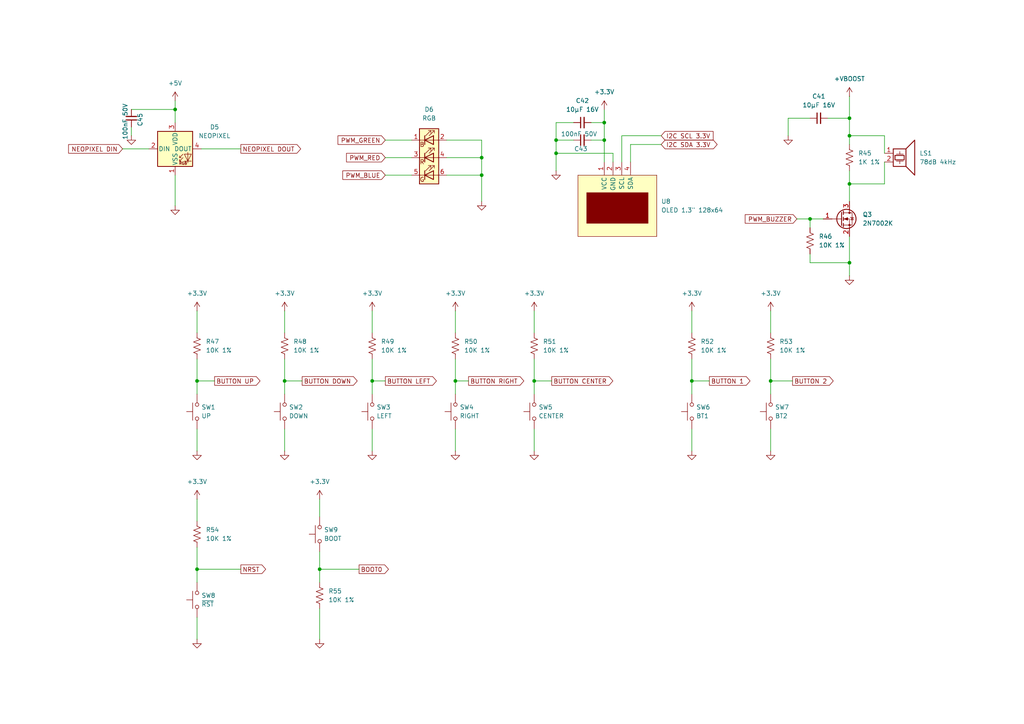
<source format=kicad_sch>
(kicad_sch (version 20231120) (generator "eeschema") (generator_version "8.0")
  (paper "A4")
  (lib_symbols
    (symbol "EMBARCADOS_-_CURSO_PCB[1]:+5V" (power) (pin_numbers hide) (pin_names (offset 0) hide)
      (property "Value" "+5V" (at 0 3.556 0))
      (symbol "+5V_1_1"
        (pin power_in line (at 0 0 90) (length 0) (name "~") (number "1"))
      )
    )
    (symbol "EMBARCADOS_-_CURSO_PCB[1]:CAP 0603 100nF 50V AVX KGM15BR71H104K " (pin_numbers hide) (pin_names (offset 0.254) hide)
      (property "Reference" "C" (at 0.254 1.778 0))
      (property "Value" "100nF 50V" (at 0.254 -2.032 0))
      (symbol "CAP 0603 100nF 50V AVX KGM15BR71H104K _1_1"
        (pin passive line (at 0 2.54 270) (length 2.032) (name "~") (number "1"))
        (pin passive line (at 0 -2.54 90) (length 2.032) (name "~") (number "2"))
      )
    )
    (symbol "EMBARCADOS_-_CURSO_PCB[1]:CAP 0805 10uF 16V AVX KGM21AR71C106K" (pin_numbers hide) (pin_names (offset 0.254) hide)
      (property "Reference" "C" (at 0.254 1.778 0))
      (property "Value" "10µF 16V" (at 0.254 -2.032 0))
      (symbol "CAP 0805 10uF 16V AVX KGM21AR71C106K_1_1"
        (pin passive line (at 0 2.54 270) (length 2.032) (name "~") (number "1"))
        (pin passive line (at 0 -2.54 90) (length 2.032) (name "~") (number "2"))
      )
    )
    (symbol "EMBARCADOS_-_CURSO_PCB[1]:DISPLAY OLED 1.3{dblquote} 128x64"
      (property "Reference" "U" (at 12.7 8.128 0))
      (property "Value" "OLED 1.3\" 128x64" (at 20.828 -7.874 0))
      (symbol "DISPLAY OLED 1.3{dblquote} 128x64_1_1"
        (pin power_in line (at -3.81 12.7 270) (length 3.81) (name "VCC") (number "1"))
        (pin power_in line (at -1.27 12.7 270) (length 3.81) (name "GND") (number "2"))
        (pin input line (at 1.27 12.7 270) (length 3.81) (name "SCL") (number "3"))
        (pin bidirectional line (at 3.81 12.7 270) (length 3.81) (name "SDA") (number "4"))
      )
    )
    (symbol "EMBARCADOS_-_CURSO_PCB[1]:LED RGB (NEOPIXEL/WS2812B) WÜRTH ELEKTRONIK 1315050930002 " (pin_names (offset 0.254))
      (property "Reference" "D" (at 5.08 5.715 0))
      (property "Value" "NEOPIXEL" (at 1.27 -5.715 0))
      (symbol "LED RGB (NEOPIXEL/WS2812B) WÜRTH ELEKTRONIK 1315050930002 _0_0"
        (text "RGB" (at 2.286 -4.191 0) (effects (font (size 0.762 0.762))))
      )
      (symbol "LED RGB (NEOPIXEL/WS2812B) WÜRTH ELEKTRONIK 1315050930002 _1_1"
        (pin power_in line (at 0 -7.62 90) (length 2.54) (name "VSS") (number "1"))
        (pin input line (at -7.62 0 0) (length 2.54) (name "DIN") (number "2"))
        (pin power_in line (at 0 7.62 270) (length 2.54) (name "VDD") (number "3"))
        (pin output line (at 7.62 0 180) (length 2.54) (name "DOUT") (number "4"))
      )
    )
    (symbol "EMBARCADOS_-_CURSO_PCB[1]:LED RGB WÜRTH ELEKTRONIK 150505M173300 " (pin_names (offset 0) hide)
      (property "Reference" "D" (at 0 9.398 0))
      (property "Value" "RGB" (at 0 -8.89 0))
      (symbol "LED RGB WÜRTH ELEKTRONIK 150505M173300 _0_0"
        (text "B" (at -2.032 3.81 0) (effects (font (size 1.27 1.27))))
        (text "G" (at -2.032 -6.35 0) (effects (font (size 1.27 1.27))))
        (text "R" (at -2.032 -1.27 0) (effects (font (size 1.27 1.27))))
      )
      (symbol "LED RGB WÜRTH ELEKTRONIK 150505M173300 _1_1"
        (pin passive line (at -5.08 5.08 0) (length 2.54) (name "RK") (number "1"))
        (pin passive line (at 5.08 5.08 180) (length 2.54) (name "GK") (number "2"))
        (pin passive line (at -5.08 0 0) (length 2.54) (name "BK") (number "3"))
        (pin passive line (at 5.08 0 180) (length 2.54) (name "BA") (number "4"))
        (pin passive line (at -5.08 -5.08 0) (length 2.54) (name "GA") (number "5"))
        (pin passive line (at 5.08 -5.08 180) (length 2.54) (name "RA") (number "6"))
      )
    )
    (symbol "EMBARCADOS_-_CURSO_PCB[1]:POWER GND" (power) (pin_numbers hide) (pin_names (offset 0) hide)
      (property "Value" "POWER GND" (at 0 -3.81 0))
      (symbol "POWER GND_1_1"
        (pin power_in line (at 0 0 270) (length 0) (name "~") (number "1"))
      )
    )
    (symbol "EMBARCADOS_-_CURSO_PCB[1]:RES 0603 10K 1% VISHAY CRCW060310K0FK " (pin_numbers hide) (pin_names (offset 0))
      (property "Reference" "R" (at 2.54 0 90))
      (property "Value" "10K 1%" (at -2.54 0 90))
      (symbol "RES 0603 10K 1% VISHAY CRCW060310K0FK _1_1"
        (pin passive line (at 0 3.81 270) (length 1.27) (name "~") (number "1"))
        (pin passive line (at 0 -3.81 90) (length 1.27) (name "~") (number "2"))
      )
    )
    (symbol "EMBARCADOS_-_CURSO_PCB[1]:RES 0603 1K 1% VISHAY CRCW06031K00FK " (pin_numbers hide) (pin_names (offset 0))
      (property "Reference" "R" (at 2.54 0 90))
      (property "Value" "1K 1% " (at -2.54 0 90))
      (symbol "RES 0603 1K 1% VISHAY CRCW06031K00FK _1_1"
        (pin passive line (at 0 3.81 270) (length 1.27) (name "~") (number "1"))
        (pin passive line (at 0 -3.81 90) (length 1.27) (name "~") (number "2"))
      )
    )
    (symbol "EMBARCADOS_-_CURSO_PCB[1]:SPEAKER MURATA PKM13EPYH4000-A0" (pin_names (offset 0) hide)
      (property "Reference" "LS" (at 0 6.35 0))
      (property "Value" "78dB 4kHz " (at 0.254 -6.35 0))
      (symbol "SPEAKER MURATA PKM13EPYH4000-A0_1_1"
        (pin input line (at -6.35 1.27 0) (length 2.54) (name "1") (number "1"))
        (pin input line (at -6.35 -1.27 0) (length 2.54) (name "2") (number "2"))
      )
    )
    (symbol "EMBARCADOS_-_CURSO_PCB[1]:SWITCH TACTILE C&K PTS526SM20SMTR21 LFS" (pin_numbers hide) (pin_names (offset 1.016) hide)
      (property "Reference" "SW" (at 1.27 2.54 0))
      (property "Value" "PTS526SM20SMTR21 LFS " (at 0 -1.524 0))
      (symbol "SWITCH TACTILE C&K PTS526SM20SMTR21 LFS_0_1"
        (pin passive line (at -5.08 0 0) (length 2.54) (name "A") (number "1"))
      )
      (symbol "SWITCH TACTILE C&K PTS526SM20SMTR21 LFS_1_1"
        (pin passive line (at 5.08 0 180) (length 2.54) (name "B") (number "2"))
      )
    )
    (symbol "EMBARCADOS_-_CURSO_PCB[1]:TRANSISTOR 2N7002K-7" (pin_names hide)
      (property "Reference" "Q" (at 5.08 1.905 0))
      (property "Value" "2N7002K" (at 5.08 0 0))
      (symbol "TRANSISTOR 2N7002K-7_1_1"
        (pin input line (at -5.08 0 0) (length 2.54) (name "G") (number "1"))
        (pin passive line (at 2.54 -5.08 90) (length 2.54) (name "S") (number "2"))
        (pin passive line (at 2.54 5.08 270) (length 2.54) (name "D") (number "3"))
      )
    )
  )
  (junction (at 132.08 110.49))
  (junction (at 246.38 39.37))
  (junction (at 139.7 50.8))
  (junction (at 161.29 40.64))
  (junction (at 175.26 35.56))
  (junction (at 246.38 76.2))
  (junction (at 154.94 110.49))
  (junction (at 234.95 63.5))
  (junction (at 175.26 40.64))
  (junction (at 246.38 53.34))
  (junction (at 223.52 110.49))
  (junction (at 50.8 31.75))
  (junction (at 82.55 110.49))
  (junction (at 57.15 165.1))
  (junction (at 246.38 34.29))
  (junction (at 92.71 165.1))
  (junction (at 200.66 110.49))
  (junction (at 161.29 44.45))
  (junction (at 139.7 45.72))
  (junction (at 57.15 110.49))
  (junction (at 107.95 110.49))
  (wire (pts (xy 38.1 31.75) (xy 50.8 31.75)))
  (wire (pts (xy 107.95 110.49) (xy 107.95 114.3)))
  (wire (pts (xy 82.55 110.49) (xy 87.63 110.49)))
  (wire (pts (xy 246.38 53.34) (xy 246.38 58.42)))
  (wire (pts (xy 57.15 110.49) (xy 62.23 110.49)))
  (wire (pts (xy 223.52 90.17) (xy 223.52 96.52)))
  (wire (pts (xy 234.95 63.5) (xy 234.95 66.04)))
  (wire (pts (xy 107.95 110.49) (xy 111.76 110.49)))
  (wire (pts (xy 246.38 39.37) (xy 246.38 41.91)))
  (wire (pts (xy 161.29 40.64) (xy 166.37 40.64)))
  (wire (pts (xy 223.52 110.49) (xy 229.87 110.49)))
  (wire (pts (xy 234.95 76.2) (xy 246.38 76.2)))
  (wire (pts (xy 57.15 165.1) (xy 69.85 165.1)))
  (wire (pts (xy 57.15 165.1) (xy 57.15 168.91)))
  (wire (pts (xy 200.66 110.49) (xy 205.74 110.49)))
  (wire (pts (xy 82.55 104.14) (xy 82.55 110.49)))
  (wire (pts (xy 240.03 34.29) (xy 246.38 34.29)))
  (wire (pts (xy 234.95 73.66) (xy 234.95 76.2)))
  (wire (pts (xy 175.26 31.75) (xy 175.26 35.56)))
  (wire (pts (xy 57.15 90.17) (xy 57.15 96.52)))
  (wire (pts (xy 246.38 27.94) (xy 246.38 34.29)))
  (wire (pts (xy 180.34 39.37) (xy 180.34 46.99)))
  (wire (pts (xy 246.38 53.34) (xy 256.54 53.34)))
  (wire (pts (xy 191.77 39.37) (xy 180.34 39.37)))
  (wire (pts (xy 175.26 35.56) (xy 175.26 40.64)))
  (wire (pts (xy 50.8 29.21) (xy 50.8 31.75)))
  (wire (pts (xy 111.76 45.72) (xy 119.38 45.72)))
  (wire (pts (xy 139.7 40.64) (xy 139.7 45.72)))
  (wire (pts (xy 57.15 158.75) (xy 57.15 165.1)))
  (wire (pts (xy 177.8 44.45) (xy 177.8 46.99)))
  (wire (pts (xy 175.26 40.64) (xy 175.26 46.99)))
  (wire (pts (xy 82.55 90.17) (xy 82.55 96.52)))
  (wire (pts (xy 200.66 104.14) (xy 200.66 110.49)))
  (wire (pts (xy 223.52 124.46) (xy 223.52 130.81)))
  (wire (pts (xy 129.54 50.8) (xy 139.7 50.8)))
  (wire (pts (xy 92.71 144.78) (xy 92.71 149.86)))
  (wire (pts (xy 50.8 31.75) (xy 50.8 35.56)))
  (wire (pts (xy 246.38 76.2) (xy 246.38 80.01)))
  (wire (pts (xy 161.29 49.53) (xy 161.29 44.45)))
  (wire (pts (xy 111.76 50.8) (xy 119.38 50.8)))
  (wire (pts (xy 182.88 41.91) (xy 182.88 46.99)))
  (wire (pts (xy 57.15 124.46) (xy 57.15 130.81)))
  (wire (pts (xy 228.6 39.37) (xy 228.6 34.29)))
  (wire (pts (xy 57.15 110.49) (xy 57.15 114.3)))
  (wire (pts (xy 35.56 43.18) (xy 43.18 43.18)))
  (wire (pts (xy 57.15 179.07) (xy 57.15 185.42)))
  (wire (pts (xy 139.7 45.72) (xy 139.7 50.8)))
  (wire (pts (xy 107.95 90.17) (xy 107.95 96.52)))
  (wire (pts (xy 57.15 144.78) (xy 57.15 151.13)))
  (wire (pts (xy 129.54 45.72) (xy 139.7 45.72)))
  (wire (pts (xy 166.37 35.56) (xy 161.29 35.56)))
  (wire (pts (xy 154.94 124.46) (xy 154.94 130.81)))
  (wire (pts (xy 223.52 104.14) (xy 223.52 110.49)))
  (wire (pts (xy 92.71 165.1) (xy 92.71 168.91)))
  (wire (pts (xy 246.38 68.58) (xy 246.38 76.2)))
  (wire (pts (xy 171.45 35.56) (xy 175.26 35.56)))
  (wire (pts (xy 200.66 110.49) (xy 200.66 114.3)))
  (wire (pts (xy 132.08 110.49) (xy 132.08 114.3)))
  (wire (pts (xy 107.95 124.46) (xy 107.95 130.81)))
  (wire (pts (xy 50.8 50.8) (xy 50.8 59.69)))
  (wire (pts (xy 107.95 104.14) (xy 107.95 110.49)))
  (wire (pts (xy 256.54 44.45) (xy 256.54 39.37)))
  (wire (pts (xy 154.94 110.49) (xy 160.02 110.49)))
  (wire (pts (xy 132.08 104.14) (xy 132.08 110.49)))
  (wire (pts (xy 256.54 46.99) (xy 256.54 53.34)))
  (wire (pts (xy 154.94 104.14) (xy 154.94 110.49)))
  (wire (pts (xy 228.6 34.29) (xy 234.95 34.29)))
  (wire (pts (xy 246.38 49.53) (xy 246.38 53.34)))
  (wire (pts (xy 82.55 124.46) (xy 82.55 130.81)))
  (wire (pts (xy 161.29 44.45) (xy 177.8 44.45)))
  (wire (pts (xy 161.29 35.56) (xy 161.29 40.64)))
  (wire (pts (xy 92.71 160.02) (xy 92.71 165.1)))
  (wire (pts (xy 129.54 40.64) (xy 139.7 40.64)))
  (wire (pts (xy 154.94 110.49) (xy 154.94 114.3)))
  (wire (pts (xy 58.42 43.18) (xy 69.85 43.18)))
  (wire (pts (xy 231.14 63.5) (xy 234.95 63.5)))
  (wire (pts (xy 132.08 110.49) (xy 135.89 110.49)))
  (wire (pts (xy 139.7 50.8) (xy 139.7 58.42)))
  (wire (pts (xy 200.66 90.17) (xy 200.66 96.52)))
  (wire (pts (xy 38.1 36.83) (xy 38.1 39.37)))
  (wire (pts (xy 132.08 90.17) (xy 132.08 96.52)))
  (wire (pts (xy 246.38 34.29) (xy 246.38 39.37)))
  (wire (pts (xy 246.38 39.37) (xy 256.54 39.37)))
  (wire (pts (xy 132.08 124.46) (xy 132.08 130.81)))
  (wire (pts (xy 200.66 124.46) (xy 200.66 130.81)))
  (wire (pts (xy 154.94 90.17) (xy 154.94 96.52)))
  (wire (pts (xy 234.95 63.5) (xy 238.76 63.5)))
  (wire (pts (xy 171.45 40.64) (xy 175.26 40.64)))
  (wire (pts (xy 223.52 110.49) (xy 223.52 114.3)))
  (wire (pts (xy 111.76 40.64) (xy 119.38 40.64)))
  (wire (pts (xy 92.71 176.53) (xy 92.71 185.42)))
  (wire (pts (xy 161.29 40.64) (xy 161.29 44.45)))
  (wire (pts (xy 82.55 110.49) (xy 82.55 114.3)))
  (wire (pts (xy 57.15 104.14) (xy 57.15 110.49)))
  (wire (pts (xy 92.71 165.1) (xy 104.14 165.1)))
  (wire (pts (xy 191.77 41.91) (xy 182.88 41.91)))
  (global_label "BUTTON CENTER" (shape output) (at 160.02 110.49 0) (property "Intersheetrefs" "${INTERSHEET_REFS}" (effects (hide yes))))
  (global_label "I2C SCL 3.3V" (shape input) (at 191.77 39.37 0) (property "Intersheetrefs" "${INTERSHEET_REFS}" (effects (hide yes))))
  (global_label "BOOT0" (shape output) (at 104.14 165.1 0) (property "Intersheetrefs" "${INTERSHEET_REFS}" (effects (hide yes))))
  (global_label "PWM_GREEN" (shape input) (at 111.76 40.64 180) (property "Intersheetrefs" "${INTERSHEET_REFS}" (effects (hide yes))))
  (global_label "BUTTON 2" (shape output) (at 229.87 110.49 0) (property "Intersheetrefs" "${INTERSHEET_REFS}" (effects (hide yes))))
  (global_label "PWM_RED" (shape input) (at 111.76 45.72 180) (property "Intersheetrefs" "${INTERSHEET_REFS}" (effects (hide yes))))
  (global_label "BUTTON 1" (shape output) (at 205.74 110.49 0) (property "Intersheetrefs" "${INTERSHEET_REFS}" (effects (hide yes))))
  (global_label "I2C SDA 3.3V" (shape bidirectional) (at 191.77 41.91 0) (property "Intersheetrefs" "${INTERSHEET_REFS}" (effects (hide yes))))
  (global_label "NEOPIXEL DIN" (shape input) (at 35.56 43.18 180) (property "Intersheetrefs" "${INTERSHEET_REFS}" (effects (hide yes))))
  (global_label "NRST" (shape output) (at 69.85 165.1 0) (property "Intersheetrefs" "${INTERSHEET_REFS}" (effects (hide yes))))
  (global_label "BUTTON UP" (shape output) (at 62.23 110.49 0) (property "Intersheetrefs" "${INTERSHEET_REFS}" (effects (hide yes))))
  (global_label "PWM_BUZZER" (shape input) (at 231.14 63.5 180) (property "Intersheetrefs" "${INTERSHEET_REFS}" (effects (hide yes))))
  (global_label "BUTTON LEFT" (shape output) (at 111.76 110.49 0) (property "Intersheetrefs" "${INTERSHEET_REFS}" (effects (hide yes))))
  (global_label "NEOPIXEL DOUT" (shape output) (at 69.85 43.18 0) (property "Intersheetrefs" "${INTERSHEET_REFS}" (effects (hide yes))))
  (global_label "PWM_BLUE" (shape input) (at 111.76 50.8 180) (property "Intersheetrefs" "${INTERSHEET_REFS}" (effects (hide yes))))
  (global_label "BUTTON DOWN" (shape output) (at 87.63 110.49 0) (property "Intersheetrefs" "${INTERSHEET_REFS}" (effects (hide yes))))
  (global_label "BUTTON RIGHT" (shape output) (at 135.89 110.49 0) (property "Intersheetrefs" "${INTERSHEET_REFS}" (effects (hide yes))))
  (symbol (lib_id "EMBARCADOS_-_CURSO_PCB[1]:POWER GND") (at 223.52 130.81 0) (unit 1)
    (property "Reference" "#PWR098" (effects (hide yes)))
    (property "Value" "GND" (effects (hide yes)))
    (property "Description" "Power symbol creates a global label with name \"GND\" , ground" (effects (hide yes)))
  )
  (symbol (lib_id "EMBARCADOS_-_CURSO_PCB[1]:+5V") (at 57.15 90.17 0) (unit 1)
    (property "Reference" "#PWR079" (effects (hide yes)))
    (property "Value" "+3.3V" (at 57.15 85.09 0))
    (property "Description" "Power symbol creates a global label with name \"+5V\"" (effects (hide yes)))
  )
  (symbol (lib_id "EMBARCADOS_-_CURSO_PCB[1]:RES 0603 10K 1% VISHAY CRCW060310K0FK ") (at 234.95 69.85 0) (unit 1)
    (property "Reference" "R46" (at 237.49 68.5799 0) (effects (justify left)))
    (property "Value" "10K 1%" (at 237.49 71.1199 0) (effects (justify left)))
    (property "Footprint" "EMBARCADOS - CURSO PCB:R_0603_1608Metric" (effects (hide yes)))
    (property "Datasheet" "https://www.we-online.com/components/products/datasheet/61300411821.pdf" (effects (hide yes)))
    (property "Description" "RES 0603 10K 1% VISHAY" (effects (hide yes)))
    (property "MPN" "CRCW060310K0FK " (effects (hide yes)))
    (property "Manufacturer" "VISHAY " (effects (hide yes)))
    (property "3D Model" "KiCad" (effects (hide yes)))
    (property "Notes" "-" (effects (hide yes)))
    (property "LCSC Part # " "C25804 " (effects (hide yes)))
    (property "LCSC MPN " "0603WAF1002T5E " (effects (hide yes)))
    (property "LCSC MANUFACTURER " "UNI-ROYAL " (effects (hide yes)))
  )
  (symbol (lib_id "EMBARCADOS_-_CURSO_PCB[1]:SWITCH TACTILE C&K PTS526SM20SMTR21 LFS") (at 107.95 119.38 90) (unit 1)
    (property "Reference" "SW3" (at 109.22 118.1099 90) (effects (justify right)))
    (property "Value" "LEFT" (at 109.22 120.6499 90) (effects (justify right)))
    (property "Footprint" "EMBARCADOS - CURSO PCB:C&K PTS526SM20SMTR21 LFS" (effects (hide yes)))
    (property "Datasheet" "https://www.ckswitches.com/media/2780/pts526.pdf" (effects (hide yes)))
    (property "Description" "PTS SERIES MICROMINIATURE TACT SWITCHES" (effects (hide yes)))
    (property "MPN" "PTS526SM20SMTR21 LFS " (effects (hide yes)))
    (property "Manufacturer" "LITTELFUSE/C&K " (effects (hide yes)))
    (property "3D Model" "https://www.ckswitches.com/products/switches/product-details/Tactile/PTS526/PTS526SM20SMTR21%20LFS/ " (effects (hide yes)))
    (property "Notes" "-" (effects (hide yes)))
    (property "LCSC Part # " "C318884" (effects (hide yes)))
    (property "LCSC MPN " "TS-1187A-B-A-B" (effects (hide yes)))
    (property "LCSC MANUFACTURER " "XKB Connection" (effects (hide yes)))
  )
  (symbol (lib_id "EMBARCADOS_-_CURSO_PCB[1]:POWER GND") (at 228.6 39.37 0) (unit 1)
    (property "Reference" "#PWR082" (effects (hide yes)))
    (property "Value" "GND" (effects (hide yes)))
    (property "Description" "Power symbol creates a global label with name \"GND\" , ground" (effects (hide yes)))
  )
  (symbol (lib_id "EMBARCADOS_-_CURSO_PCB[1]:+5V") (at 246.38 27.94 0) (unit 1)
    (property "Reference" "#PWR080" (effects (hide yes)))
    (property "Value" "+VBOOST" (at 246.38 22.86 0))
    (property "Description" "Power symbol creates a global label with name \"+5V\"" (effects (hide yes)))
  )
  (symbol (lib_id "EMBARCADOS_-_CURSO_PCB[1]:+5V") (at 92.71 144.78 0) (unit 1)
    (property "Reference" "#PWR0103" (effects (hide yes)))
    (property "Value" "+3.3V" (at 92.71 139.7 0))
    (property "Description" "Power symbol creates a global label with name \"+5V\"" (effects (hide yes)))
  )
  (symbol (lib_id "EMBARCADOS_-_CURSO_PCB[1]:SWITCH TACTILE C&K PTS526SM20SMTR21 LFS") (at 82.55 119.38 90) (unit 1)
    (property "Reference" "SW2" (at 83.82 118.1099 90) (effects (justify right)))
    (property "Value" "DOWN" (at 83.82 120.6499 90) (effects (justify right)))
    (property "Footprint" "EMBARCADOS - CURSO PCB:C&K PTS526SM20SMTR21 LFS" (effects (hide yes)))
    (property "Datasheet" "https://www.ckswitches.com/media/2780/pts526.pdf" (effects (hide yes)))
    (property "Description" "PTS SERIES MICROMINIATURE TACT SWITCHES" (effects (hide yes)))
    (property "MPN" "PTS526SM20SMTR21 LFS " (effects (hide yes)))
    (property "Manufacturer" "LITTELFUSE/C&K " (effects (hide yes)))
    (property "3D Model" "https://www.ckswitches.com/products/switches/product-details/Tactile/PTS526/PTS526SM20SMTR21%20LFS/ " (effects (hide yes)))
    (property "Notes" "-" (effects (hide yes)))
    (property "LCSC Part # " "C318884" (effects (hide yes)))
    (property "LCSC MPN " "TS-1187A-B-A-B" (effects (hide yes)))
    (property "LCSC MANUFACTURER " "XKB Connection" (effects (hide yes)))
  )
  (symbol (lib_id "EMBARCADOS_-_CURSO_PCB[1]:+5V") (at 223.52 90.17 0) (unit 1)
    (property "Reference" "#PWR097" (effects (hide yes)))
    (property "Value" "+3.3V" (at 223.52 85.09 0))
    (property "Description" "Power symbol creates a global label with name \"+5V\"" (effects (hide yes)))
  )
  (symbol (lib_id "EMBARCADOS_-_CURSO_PCB[1]:POWER GND") (at 132.08 130.81 0) (unit 1)
    (property "Reference" "#PWR092" (effects (hide yes)))
    (property "Value" "GND" (effects (hide yes)))
    (property "Description" "Power symbol creates a global label with name \"GND\" , ground" (effects (hide yes)))
  )
  (symbol (lib_id "EMBARCADOS_-_CURSO_PCB[1]:SWITCH TACTILE C&K PTS526SM20SMTR21 LFS") (at 57.15 173.99 90) (unit 1)
    (property "Reference" "SW8" (at 58.42 172.7199 90) (effects (justify right)))
    (property "Value" "~{RST}" (at 58.42 175.2599 90) (effects (justify right)))
    (property "Footprint" "EMBARCADOS - CURSO PCB:C&K PTS526SM20SMTR21 LFS" (effects (hide yes)))
    (property "Datasheet" "https://www.ckswitches.com/media/2780/pts526.pdf" (effects (hide yes)))
    (property "Description" "PTS SERIES MICROMINIATURE TACT SWITCHES" (effects (hide yes)))
    (property "MPN" "PTS526SM20SMTR21 LFS " (effects (hide yes)))
    (property "Manufacturer" "LITTELFUSE/C&K " (effects (hide yes)))
    (property "3D Model" "https://www.ckswitches.com/products/switches/product-details/Tactile/PTS526/PTS526SM20SMTR21%20LFS/ " (effects (hide yes)))
    (property "Notes" "-" (effects (hide yes)))
    (property "LCSC Part # " "C318884" (effects (hide yes)))
    (property "LCSC MPN " "TS-1187A-B-A-B" (effects (hide yes)))
    (property "LCSC MANUFACTURER " "XKB Connection" (effects (hide yes)))
  )
  (symbol (lib_id "EMBARCADOS_-_CURSO_PCB[1]:TRANSISTOR 2N7002K-7") (at 243.84 63.5 0) (unit 1)
    (property "Reference" "Q3" (at 250.19 62.2299 0) (effects (justify left)))
    (property "Value" "2N7002K" (at 250.19 64.7699 0) (effects (justify left)))
    (property "Footprint" "EMBARCADOS - CURSO PCB:SOT-23" (effects (hide yes)))
    (property "Datasheet" "https://www.diodes.com/datasheet/download/2N7002K.pdf" (effects (hide yes)))
    (property "Description" "TRANSISTOR SOT-23 MOSFET N 60V 380mA" (effects (hide yes)))
    (property "MPN" "2N7002K-7" (effects (hide yes)))
    (property "Manufacturer" "DIODES INCORPORATED " (effects (hide yes)))
    (property "3D Model" "KiCad" (effects (hide yes)))
    (property "Notes" "-" (effects (hide yes)))
    (property "LCSC Part # " "C8545 " (effects (hide yes)))
    (property "LCSC MPN " "2N7002 " (effects (hide yes)))
    (property "LCSC MANUFACTURER " "JIANGSU CHANGJING " (effects (hide yes)))
  )
  (symbol (lib_id "EMBARCADOS_-_CURSO_PCB[1]:RES 0603 10K 1% VISHAY CRCW060310K0FK ") (at 154.94 100.33 0) (unit 1)
    (property "Reference" "R51" (at 157.48 99.0599 0) (effects (justify left)))
    (property "Value" "10K 1%" (at 157.48 101.5999 0) (effects (justify left)))
    (property "Footprint" "EMBARCADOS - CURSO PCB:R_0603_1608Metric" (effects (hide yes)))
    (property "Datasheet" "https://www.we-online.com/components/products/datasheet/61300411821.pdf" (effects (hide yes)))
    (property "Description" "RES 0603 10K 1% VISHAY" (effects (hide yes)))
    (property "MPN" "CRCW060310K0FK " (effects (hide yes)))
    (property "Manufacturer" "VISHAY " (effects (hide yes)))
    (property "3D Model" "KiCad" (effects (hide yes)))
    (property "Notes" "-" (effects (hide yes)))
    (property "LCSC Part # " "C25804 " (effects (hide yes)))
    (property "LCSC MPN " "0603WAF1002T5E " (effects (hide yes)))
    (property "LCSC MANUFACTURER " "UNI-ROYAL " (effects (hide yes)))
  )
  (symbol (lib_id "EMBARCADOS_-_CURSO_PCB[1]:POWER GND") (at 107.95 130.81 0) (unit 1)
    (property "Reference" "#PWR090" (effects (hide yes)))
    (property "Value" "GND" (effects (hide yes)))
    (property "Description" "Power symbol creates a global label with name \"GND\" , ground" (effects (hide yes)))
  )
  (symbol (lib_id "EMBARCADOS_-_CURSO_PCB[1]:POWER GND") (at 200.66 130.81 0) (unit 1)
    (property "Reference" "#PWR096" (effects (hide yes)))
    (property "Value" "GND" (effects (hide yes)))
    (property "Description" "Power symbol creates a global label with name \"GND\" , ground" (effects (hide yes)))
  )
  (symbol (lib_id "EMBARCADOS_-_CURSO_PCB[1]:SPEAKER MURATA PKM13EPYH4000-A0") (at 262.89 45.72 0) (unit 1)
    (property "Reference" "LS1" (at 266.7 44.4499 0) (effects (justify left)))
    (property "Value" "78dB 4kHz" (at 266.7 46.9899 0) (effects (justify left)))
    (property "Footprint" "EMBARCADOS - CURSO PCB:PKM13EPYH4000-A0" (effects (hide yes)))
    (property "Datasheet" "https://www.murata.com/en-us/products/productdetail?partno=PKM13EPYH4000-A0" (effects (hide yes)))
    (property "Description" "Crystal speaker/transducer" (effects (hide yes)))
    (property "MPN" "PKM13EPYH4000-A0 " (effects (hide yes)))
    (property "Manufacturer" "MURATA" (effects (hide yes)))
    (property "3D Model" "https://www.murata.com/en-us/products/productdetail?partno=PKM13EPYH4000-A0" (effects (hide yes)))
    (property "Notes" "THRU HOLE" (effects (hide yes)))
    (property "LCSC Part # " "-" (effects (hide yes)))
    (property "LCSC MPN " "-" (effects (hide yes)))
    (property "LCSC MANUFACTURER " "-" (effects (hide yes)))
  )
  (symbol (lib_id "EMBARCADOS_-_CURSO_PCB[1]:RES 0603 10K 1% VISHAY CRCW060310K0FK ") (at 82.55 100.33 0) (unit 1)
    (property "Reference" "R48" (at 85.09 99.0599 0) (effects (justify left)))
    (property "Value" "10K 1%" (at 85.09 101.5999 0) (effects (justify left)))
    (property "Footprint" "EMBARCADOS - CURSO PCB:R_0603_1608Metric" (effects (hide yes)))
    (property "Datasheet" "https://www.we-online.com/components/products/datasheet/61300411821.pdf" (effects (hide yes)))
    (property "Description" "RES 0603 10K 1% VISHAY" (effects (hide yes)))
    (property "MPN" "CRCW060310K0FK " (effects (hide yes)))
    (property "Manufacturer" "VISHAY " (effects (hide yes)))
    (property "3D Model" "KiCad" (effects (hide yes)))
    (property "Notes" "-" (effects (hide yes)))
    (property "LCSC Part # " "C25804 " (effects (hide yes)))
    (property "LCSC MPN " "0603WAF1002T5E " (effects (hide yes)))
    (property "LCSC MANUFACTURER " "UNI-ROYAL " (effects (hide yes)))
  )
  (symbol (lib_id "EMBARCADOS_-_CURSO_PCB[1]:SWITCH TACTILE C&K PTS526SM20SMTR21 LFS") (at 154.94 119.38 90) (unit 1)
    (property "Reference" "SW5" (at 156.21 118.1099 90) (effects (justify right)))
    (property "Value" "CENTER" (at 156.21 120.6499 90) (effects (justify right)))
    (property "Footprint" "EMBARCADOS - CURSO PCB:C&K PTS526SM20SMTR21 LFS" (effects (hide yes)))
    (property "Datasheet" "https://www.ckswitches.com/media/2780/pts526.pdf" (effects (hide yes)))
    (property "Description" "PTS SERIES MICROMINIATURE TACT SWITCHES" (effects (hide yes)))
    (property "MPN" "PTS526SM20SMTR21 LFS " (effects (hide yes)))
    (property "Manufacturer" "LITTELFUSE/C&K " (effects (hide yes)))
    (property "3D Model" "https://www.ckswitches.com/products/switches/product-details/Tactile/PTS526/PTS526SM20SMTR21%20LFS/ " (effects (hide yes)))
    (property "Notes" "-" (effects (hide yes)))
    (property "LCSC Part # " "C318884" (effects (hide yes)))
    (property "LCSC MPN " "TS-1187A-B-A-B" (effects (hide yes)))
    (property "LCSC MANUFACTURER " "XKB Connection" (effects (hide yes)))
  )
  (symbol (lib_id "EMBARCADOS_-_CURSO_PCB[1]:CAP 0805 10uF 16V AVX KGM21AR71C106K") (at 237.49 34.29 90) (unit 1)
    (property "Reference" "C41" (at 237.4963 27.94 90))
    (property "Value" "10µF 16V" (at 237.4963 30.48 90))
    (property "Footprint" "EMBARCADOS - CURSO PCB:C_0805_2012Metric" (effects (hide yes)))
    (property "Datasheet" "https://datasheets.kyocera-avx.com/KGM_X7R.pdf" (effects (hide yes)))
    (property "Description" "CAP 0805 10uF 16V AVX" (effects (hide yes)))
    (property "MPN" "KGM21AR71C106K " (effects (hide yes)))
    (property "Manufacturer" "KYOCERA/AVX " (effects (hide yes)))
    (property "3D Model" "KiCad" (effects (hide yes)))
    (property "Notes" "-" (effects (hide yes)))
    (property "LCSC Part # " "C15850 " (effects (hide yes)))
    (property "LCSC MPN " "CL21A106KAYNNNE " (effects (hide yes)))
    (property "LCSC MANUFACTURER " "SAMSUNG " (effects (hide yes)))
  )
  (symbol (lib_id "EMBARCADOS_-_CURSO_PCB[1]:LED RGB (NEOPIXEL/WS2812B) WÜRTH ELEKTRONIK 1315050930002 ") (at 50.8 43.18 0) (unit 1)
    (property "Reference" "D5" (at 62.23 36.8614 0))
    (property "Value" "NEOPIXEL" (at 62.23 39.4014 0))
    (property "Footprint" "EMBARCADOS - CURSO PCB:LED_WS2812B_PLCC4_5.0x5.0mm_P3.2mm" (effects (hide yes)))
    (property "Datasheet" "https://www.we-online.com/components/products/datasheet/1315050930002.pdf" (effects (hide yes)))
    (property "Description" "RGB LED with integrated controller" (effects (hide yes)))
    (property "MPN" "1315050930002 " (effects (hide yes)))
    (property "Manufacturer" "WÜRTH ELEKTRONIK " (effects (hide yes)))
    (property "3D Model" "https://www.we-online.com/components/products/download/IGS_WL-ICLED_1315050930002%20%28rev1%29.igs" (effects (hide yes)))
    (property "Notes" "-" (effects (hide yes)))
    (property "LCSC Part # " "-" (effects (hide yes)))
    (property "LCSC MPN " "-" (effects (hide yes)))
    (property "LCSC MANUFACTURER " "-" (effects (hide yes)))
  )
  (symbol (lib_id "EMBARCADOS_-_CURSO_PCB[1]:+5V") (at 107.95 90.17 0) (unit 1)
    (property "Reference" "#PWR089" (effects (hide yes)))
    (property "Value" "+3.3V" (at 107.95 85.09 0))
    (property "Description" "Power symbol creates a global label with name \"+5V\"" (effects (hide yes)))
  )
  (symbol (lib_id "EMBARCADOS_-_CURSO_PCB[1]:POWER GND") (at 154.94 130.81 0) (unit 1)
    (property "Reference" "#PWR094" (effects (hide yes)))
    (property "Value" "GND" (effects (hide yes)))
    (property "Description" "Power symbol creates a global label with name \"GND\" , ground" (effects (hide yes)))
  )
  (symbol (lib_id "EMBARCADOS_-_CURSO_PCB[1]:+5V") (at 132.08 90.17 0) (unit 1)
    (property "Reference" "#PWR091" (effects (hide yes)))
    (property "Value" "+3.3V" (at 132.08 85.09 0))
    (property "Description" "Power symbol creates a global label with name \"+5V\"" (effects (hide yes)))
  )
  (symbol (lib_id "EMBARCADOS_-_CURSO_PCB[1]:SWITCH TACTILE C&K PTS526SM20SMTR21 LFS") (at 92.71 154.94 90) (unit 1)
    (property "Reference" "SW9" (at 93.98 153.6699 90) (effects (justify right)))
    (property "Value" "BOOT" (at 93.98 156.2099 90) (effects (justify right)))
    (property "Footprint" "EMBARCADOS - CURSO PCB:C&K PTS526SM20SMTR21 LFS" (effects (hide yes)))
    (property "Datasheet" "https://www.ckswitches.com/media/2780/pts526.pdf" (effects (hide yes)))
    (property "Description" "PTS SERIES MICROMINIATURE TACT SWITCHES" (effects (hide yes)))
    (property "MPN" "PTS526SM20SMTR21 LFS " (effects (hide yes)))
    (property "Manufacturer" "LITTELFUSE/C&K " (effects (hide yes)))
    (property "3D Model" "https://www.ckswitches.com/products/switches/product-details/Tactile/PTS526/PTS526SM20SMTR21%20LFS/ " (effects (hide yes)))
    (property "Notes" "-" (effects (hide yes)))
    (property "LCSC Part # " "C318884" (effects (hide yes)))
    (property "LCSC MPN " "TS-1187A-B-A-B" (effects (hide yes)))
    (property "LCSC MANUFACTURER " "XKB Connection" (effects (hide yes)))
  )
  (symbol (lib_id "EMBARCADOS_-_CURSO_PCB[1]:POWER GND") (at 82.55 130.81 0) (unit 1)
    (property "Reference" "#PWR088" (effects (hide yes)))
    (property "Value" "GND" (effects (hide yes)))
    (property "Description" "Power symbol creates a global label with name \"GND\" , ground" (effects (hide yes)))
  )
  (symbol (lib_id "EMBARCADOS_-_CURSO_PCB[1]:SWITCH TACTILE C&K PTS526SM20SMTR21 LFS") (at 223.52 119.38 90) (unit 1)
    (property "Reference" "SW7" (at 224.79 118.1099 90) (effects (justify right)))
    (property "Value" "BT2" (at 224.79 120.6499 90) (effects (justify right)))
    (property "Footprint" "EMBARCADOS - CURSO PCB:C&K PTS526SM20SMTR21 LFS" (effects (hide yes)))
    (property "Datasheet" "https://www.ckswitches.com/media/2780/pts526.pdf" (effects (hide yes)))
    (property "Description" "PTS SERIES MICROMINIATURE TACT SWITCHES" (effects (hide yes)))
    (property "MPN" "PTS526SM20SMTR21 LFS " (effects (hide yes)))
    (property "Manufacturer" "LITTELFUSE/C&K " (effects (hide yes)))
    (property "3D Model" "https://www.ckswitches.com/products/switches/product-details/Tactile/PTS526/PTS526SM20SMTR21%20LFS/ " (effects (hide yes)))
    (property "Notes" "-" (effects (hide yes)))
    (property "LCSC Part # " "C318884" (effects (hide yes)))
    (property "LCSC MPN " "TS-1187A-B-A-B" (effects (hide yes)))
    (property "LCSC MANUFACTURER " "XKB Connection" (effects (hide yes)))
  )
  (symbol (lib_id "EMBARCADOS_-_CURSO_PCB[1]:RES 0603 10K 1% VISHAY CRCW060310K0FK ") (at 57.15 154.94 0) (unit 1)
    (property "Reference" "R54" (at 59.69 153.6699 0) (effects (justify left)))
    (property "Value" "10K 1%" (at 59.69 156.2099 0) (effects (justify left)))
    (property "Footprint" "EMBARCADOS - CURSO PCB:R_0603_1608Metric" (effects (hide yes)))
    (property "Datasheet" "https://www.we-online.com/components/products/datasheet/61300411821.pdf" (effects (hide yes)))
    (property "Description" "RES 0603 10K 1% VISHAY" (effects (hide yes)))
    (property "MPN" "CRCW060310K0FK " (effects (hide yes)))
    (property "Manufacturer" "VISHAY " (effects (hide yes)))
    (property "3D Model" "KiCad" (effects (hide yes)))
    (property "Notes" "-" (effects (hide yes)))
    (property "LCSC Part # " "C25804 " (effects (hide yes)))
    (property "LCSC MPN " "0603WAF1002T5E " (effects (hide yes)))
    (property "LCSC MANUFACTURER " "UNI-ROYAL " (effects (hide yes)))
  )
  (symbol (lib_id "EMBARCADOS_-_CURSO_PCB[1]:+5V") (at 200.66 90.17 0) (unit 1)
    (property "Reference" "#PWR095" (effects (hide yes)))
    (property "Value" "+3.3V" (at 200.66 85.09 0))
    (property "Description" "Power symbol creates a global label with name \"+5V\"" (effects (hide yes)))
  )
  (symbol (lib_id "EMBARCADOS_-_CURSO_PCB[1]:+5V") (at 154.94 90.17 0) (unit 1)
    (property "Reference" "#PWR093" (effects (hide yes)))
    (property "Value" "+3.3V" (at 154.94 85.09 0))
    (property "Description" "Power symbol creates a global label with name \"+5V\"" (effects (hide yes)))
  )
  (symbol (lib_id "EMBARCADOS_-_CURSO_PCB[1]:LED RGB WÜRTH ELEKTRONIK 150505M173300 ") (at 124.46 45.72 0) (unit 1)
    (property "Reference" "D6" (at 124.46 31.75 0))
    (property "Value" "RGB" (at 124.46 34.29 0))
    (property "Footprint" "EMBARCADOS - CURSO PCB:LED_Inolux_IN-P55TATRGB_PLCC6_5.0x5.5mm_P1.8mm" (effects (hide yes)))
    (property "Datasheet" "https://www.we-online.com/components/products/datasheet/150505M173300.pdf" (effects (hide yes)))
    (property "Description" "RGB LED, 6 pin package" (effects (hide yes)))
    (property "MPN" "150505M173300 " (effects (hide yes)))
    (property "Manufacturer" "WÜRTH ELEKTRONIK " (effects (hide yes)))
    (property "3D Model" "https://www.we-online.com/components/products/download/Download_IGS-WL-SFTW-150505M173300%20%28rev1%29.igs" (effects (hide yes)))
    (property "Notes" "-" (effects (hide yes)))
    (property "LCSC Part # " "-" (effects (hide yes)))
    (property "LCSC MPN " "-" (effects (hide yes)))
    (property "LCSC MANUFACTURER " "-" (effects (hide yes)))
  )
  (symbol (lib_id "EMBARCADOS_-_CURSO_PCB[1]:DISPLAY OLED 1.3{dblquote} 128x64") (at 179.07 59.69 0) (unit 1)
    (property "Reference" "U8" (at 191.77 58.4199 0) (effects (justify left)))
    (property "Value" "OLED 1.3\" 128x64" (at 191.77 60.9599 0) (effects (justify left)))
    (property "Footprint" "EMBARCADOS - CURSO PCB:OLED 128x64 1.3in" (effects (hide yes)))
    (property "Datasheet" "https://www.we-online.com/components/products/datasheet/61300411821.pdf" (effects (hide yes)))
    (property "Description" "OLED 1.3\" 128x64" (effects (hide yes)))
    (property "MPN" "61300411821 " (effects (hide yes)))
    (property "Manufacturer" "WÜRTH ELEKTRONIK " (effects (hide yes)))
    (property "3D Model" "https://www.we-online.com/components/products/download/61300411821%20%28rev1%29.iges" (effects (hide yes)))
    (property "Notes" "THRU HOLE" (effects (hide yes)))
    (property "LCSC Part # " "-" (effects (hide yes)))
    (property "LCSC MPN " "-" (effects (hide yes)))
    (property "LCSC MANUFACTURER " "-" (effects (hide yes)))
  )
  (symbol (lib_id "EMBARCADOS_-_CURSO_PCB[1]:+5V") (at 57.15 144.78 0) (unit 1)
    (property "Reference" "#PWR099" (effects (hide yes)))
    (property "Value" "+3.3V" (at 57.15 139.7 0))
    (property "Description" "Power symbol creates a global label with name \"+5V\"" (effects (hide yes)))
  )
  (symbol (lib_id "EMBARCADOS_-_CURSO_PCB[1]:POWER GND") (at 161.29 49.53 0) (unit 1)
    (property "Reference" "#PWR084" (effects (hide yes)))
    (property "Value" "GND" (effects (hide yes)))
    (property "Description" "Power symbol creates a global label with name \"GND\" , ground" (effects (hide yes)))
  )
  (symbol (lib_id "EMBARCADOS_-_CURSO_PCB[1]:RES 0603 10K 1% VISHAY CRCW060310K0FK ") (at 57.15 100.33 0) (unit 1)
    (property "Reference" "R47" (at 59.69 99.0599 0) (effects (justify left)))
    (property "Value" "10K 1%" (at 59.69 101.5999 0) (effects (justify left)))
    (property "Footprint" "EMBARCADOS - CURSO PCB:R_0603_1608Metric" (effects (hide yes)))
    (property "Datasheet" "https://www.we-online.com/components/products/datasheet/61300411821.pdf" (effects (hide yes)))
    (property "Description" "RES 0603 10K 1% VISHAY" (effects (hide yes)))
    (property "MPN" "CRCW060310K0FK " (effects (hide yes)))
    (property "Manufacturer" "VISHAY " (effects (hide yes)))
    (property "3D Model" "KiCad" (effects (hide yes)))
    (property "Notes" "-" (effects (hide yes)))
    (property "LCSC Part # " "C25804 " (effects (hide yes)))
    (property "LCSC MPN " "0603WAF1002T5E " (effects (hide yes)))
    (property "LCSC MANUFACTURER " "UNI-ROYAL " (effects (hide yes)))
  )
  (symbol (lib_id "EMBARCADOS_-_CURSO_PCB[1]:+5V") (at 175.26 31.75 0) (unit 1)
    (property "Reference" "#PWR083" (effects (hide yes)))
    (property "Value" "+3.3V" (at 175.26 26.67 0))
    (property "Description" "Power symbol creates a global label with name \"+5V\"" (effects (hide yes)))
  )
  (symbol (lib_id "EMBARCADOS_-_CURSO_PCB[1]:RES 0603 10K 1% VISHAY CRCW060310K0FK ") (at 223.52 100.33 0) (unit 1)
    (property "Reference" "R53" (at 226.06 99.0599 0) (effects (justify left)))
    (property "Value" "10K 1%" (at 226.06 101.5999 0) (effects (justify left)))
    (property "Footprint" "EMBARCADOS - CURSO PCB:R_0603_1608Metric" (effects (hide yes)))
    (property "Datasheet" "https://www.we-online.com/components/products/datasheet/61300411821.pdf" (effects (hide yes)))
    (property "Description" "RES 0603 10K 1% VISHAY" (effects (hide yes)))
    (property "MPN" "CRCW060310K0FK " (effects (hide yes)))
    (property "Manufacturer" "VISHAY " (effects (hide yes)))
    (property "3D Model" "KiCad" (effects (hide yes)))
    (property "Notes" "-" (effects (hide yes)))
    (property "LCSC Part # " "C25804 " (effects (hide yes)))
    (property "LCSC MPN " "0603WAF1002T5E " (effects (hide yes)))
    (property "LCSC MANUFACTURER " "UNI-ROYAL " (effects (hide yes)))
  )
  (symbol (lib_id "EMBARCADOS_-_CURSO_PCB[1]:CAP 0603 100nF 50V AVX KGM15BR71H104K ") (at 168.91 40.64 90) (unit 1)
    (property "Reference" "C43" (at 170.434 43.18 90) (effects (justify left)))
    (property "Value" "100nF 50V" (at 173.228 38.862 90) (effects (justify left)))
    (property "Footprint" "EMBARCADOS - CURSO PCB:C_0603_1608Metric" (effects (hide yes)))
    (property "Datasheet" "https://datasheets.kyocera-avx.com/KGM_X7R.pdf" (effects (hide yes)))
    (property "Description" "CAP 0603 100nF 50V AVX" (effects (hide yes)))
    (property "MPN" "KGM15BR71H104K " (effects (hide yes)))
    (property "Manufacturer" "KYOCERA/AVX " (effects (hide yes)))
    (property "3D Model" "KiCad" (effects (hide yes)))
    (property "Notes" "-" (effects (hide yes)))
    (property "LCSC Part # " "C14663 " (effects (hide yes)))
    (property "LCSC MPN " "CC0603KRX7R9BB104 " (effects (hide yes)))
    (property "LCSC MANUFACTURER " "YAGEO " (effects (hide yes)))
  )
  (symbol (lib_id "EMBARCADOS_-_CURSO_PCB[1]:RES 0603 10K 1% VISHAY CRCW060310K0FK ") (at 132.08 100.33 0) (unit 1)
    (property "Reference" "R50" (at 134.62 99.0599 0) (effects (justify left)))
    (property "Value" "10K 1%" (at 134.62 101.5999 0) (effects (justify left)))
    (property "Footprint" "EMBARCADOS - CURSO PCB:R_0603_1608Metric" (effects (hide yes)))
    (property "Datasheet" "https://www.we-online.com/components/products/datasheet/61300411821.pdf" (effects (hide yes)))
    (property "Description" "RES 0603 10K 1% VISHAY" (effects (hide yes)))
    (property "MPN" "CRCW060310K0FK " (effects (hide yes)))
    (property "Manufacturer" "VISHAY " (effects (hide yes)))
    (property "3D Model" "KiCad" (effects (hide yes)))
    (property "Notes" "-" (effects (hide yes)))
    (property "LCSC Part # " "C25804 " (effects (hide yes)))
    (property "LCSC MPN " "0603WAF1002T5E " (effects (hide yes)))
    (property "LCSC MANUFACTURER " "UNI-ROYAL " (effects (hide yes)))
  )
  (symbol (lib_id "EMBARCADOS_-_CURSO_PCB[1]:POWER GND") (at 57.15 130.81 0) (unit 1)
    (property "Reference" "#PWR077" (effects (hide yes)))
    (property "Value" "GND" (effects (hide yes)))
    (property "Description" "Power symbol creates a global label with name \"GND\" , ground" (effects (hide yes)))
  )
  (symbol (lib_id "EMBARCADOS_-_CURSO_PCB[1]:RES 0603 10K 1% VISHAY CRCW060310K0FK ") (at 107.95 100.33 0) (unit 1)
    (property "Reference" "R49" (at 110.49 99.0599 0) (effects (justify left)))
    (property "Value" "10K 1%" (at 110.49 101.5999 0) (effects (justify left)))
    (property "Footprint" "EMBARCADOS - CURSO PCB:R_0603_1608Metric" (effects (hide yes)))
    (property "Datasheet" "https://www.we-online.com/components/products/datasheet/61300411821.pdf" (effects (hide yes)))
    (property "Description" "RES 0603 10K 1% VISHAY" (effects (hide yes)))
    (property "MPN" "CRCW060310K0FK " (effects (hide yes)))
    (property "Manufacturer" "VISHAY " (effects (hide yes)))
    (property "3D Model" "KiCad" (effects (hide yes)))
    (property "Notes" "-" (effects (hide yes)))
    (property "LCSC Part # " "C25804 " (effects (hide yes)))
    (property "LCSC MPN " "0603WAF1002T5E " (effects (hide yes)))
    (property "LCSC MANUFACTURER " "UNI-ROYAL " (effects (hide yes)))
  )
  (symbol (lib_id "EMBARCADOS_-_CURSO_PCB[1]:CAP 0805 10uF 16V AVX KGM21AR71C106K") (at 168.91 35.56 90) (unit 1)
    (property "Reference" "C42" (at 168.9163 29.21 90))
    (property "Value" "10µF 16V" (at 168.9163 31.75 90))
    (property "Footprint" "EMBARCADOS - CURSO PCB:C_0805_2012Metric" (effects (hide yes)))
    (property "Datasheet" "https://datasheets.kyocera-avx.com/KGM_X7R.pdf" (effects (hide yes)))
    (property "Description" "CAP 0805 10uF 16V AVX" (effects (hide yes)))
    (property "MPN" "KGM21AR71C106K " (effects (hide yes)))
    (property "Manufacturer" "KYOCERA/AVX " (effects (hide yes)))
    (property "3D Model" "KiCad" (effects (hide yes)))
    (property "Notes" "-" (effects (hide yes)))
    (property "LCSC Part # " "C15850 " (effects (hide yes)))
    (property "LCSC MPN " "CL21A106KAYNNNE " (effects (hide yes)))
    (property "LCSC MANUFACTURER " "SAMSUNG " (effects (hide yes)))
  )
  (symbol (lib_id "EMBARCADOS_-_CURSO_PCB[1]:SWITCH TACTILE C&K PTS526SM20SMTR21 LFS") (at 200.66 119.38 90) (unit 1)
    (property "Reference" "SW6" (at 201.93 118.1099 90) (effects (justify right)))
    (property "Value" "BT1" (at 201.93 120.6499 90) (effects (justify right)))
    (property "Footprint" "EMBARCADOS - CURSO PCB:C&K PTS526SM20SMTR21 LFS" (effects (hide yes)))
    (property "Datasheet" "https://www.ckswitches.com/media/2780/pts526.pdf" (effects (hide yes)))
    (property "Description" "PTS SERIES MICROMINIATURE TACT SWITCHES" (effects (hide yes)))
    (property "MPN" "PTS526SM20SMTR21 LFS " (effects (hide yes)))
    (property "Manufacturer" "LITTELFUSE/C&K " (effects (hide yes)))
    (property "3D Model" "https://www.ckswitches.com/products/switches/product-details/Tactile/PTS526/PTS526SM20SMTR21%20LFS/ " (effects (hide yes)))
    (property "Notes" "-" (effects (hide yes)))
    (property "LCSC Part # " "C318884" (effects (hide yes)))
    (property "LCSC MPN " "TS-1187A-B-A-B" (effects (hide yes)))
    (property "LCSC MANUFACTURER " "XKB Connection" (effects (hide yes)))
  )
  (symbol (lib_id "EMBARCADOS_-_CURSO_PCB[1]:RES 0603 1K 1% VISHAY CRCW06031K00FK ") (at 246.38 45.72 0) (unit 1)
    (property "Reference" "R45" (at 248.92 44.4499 0) (effects (justify left)))
    (property "Value" "1K 1%" (at 248.92 46.9899 0) (effects (justify left)))
    (property "Footprint" "EMBARCADOS - CURSO PCB:R_0603_1608Metric" (effects (hide yes)))
    (property "Datasheet" "https://www.we-online.com/components/products/datasheet/61300411821.pdf" (effects (hide yes)))
    (property "Description" "RES 0603 1K 1% VISHAY" (effects (hide yes)))
    (property "MPN" "CRCW06031K00FK " (effects (hide yes)))
    (property "Manufacturer" "VISHAY " (effects (hide yes)))
    (property "3D Model" "KiCad" (effects (hide yes)))
    (property "Notes" "-" (effects (hide yes)))
    (property "LCSC Part # " "C21190 " (effects (hide yes)))
    (property "LCSC MPN " "0603WAF1001T5E " (effects (hide yes)))
    (property "LCSC MANUFACTURER " "UNI-ROYAL " (effects (hide yes)))
  )
  (symbol (lib_id "EMBARCADOS_-_CURSO_PCB[1]:SWITCH TACTILE C&K PTS526SM20SMTR21 LFS") (at 57.15 119.38 90) (unit 1)
    (property "Reference" "SW1" (at 58.42 118.1099 90) (effects (justify right)))
    (property "Value" "UP" (at 58.42 120.6499 90) (effects (justify right)))
    (property "Footprint" "EMBARCADOS - CURSO PCB:C&K PTS526SM20SMTR21 LFS" (effects (hide yes)))
    (property "Datasheet" "https://www.ckswitches.com/media/2780/pts526.pdf" (effects (hide yes)))
    (property "Description" "PTS SERIES MICROMINIATURE TACT SWITCHES" (effects (hide yes)))
    (property "MPN" "PTS526SM20SMTR21 LFS " (effects (hide yes)))
    (property "Manufacturer" "LITTELFUSE/C&K " (effects (hide yes)))
    (property "3D Model" "https://www.ckswitches.com/products/switches/product-details/Tactile/PTS526/PTS526SM20SMTR21%20LFS/ " (effects (hide yes)))
    (property "Notes" "-" (effects (hide yes)))
    (property "LCSC Part # " "C318884" (effects (hide yes)))
    (property "LCSC MPN " "TS-1187A-B-A-B" (effects (hide yes)))
    (property "LCSC MANUFACTURER " "XKB Connection" (effects (hide yes)))
  )
  (symbol (lib_id "EMBARCADOS_-_CURSO_PCB[1]:POWER GND") (at 139.7 58.42 0) (unit 1)
    (property "Reference" "#PWR085" (effects (hide yes)))
    (property "Value" "GND" (effects (hide yes)))
    (property "Description" "Power symbol creates a global label with name \"GND\" , ground" (effects (hide yes)))
  )
  (symbol (lib_id "EMBARCADOS_-_CURSO_PCB[1]:RES 0603 10K 1% VISHAY CRCW060310K0FK ") (at 200.66 100.33 0) (unit 1)
    (property "Reference" "R52" (at 203.2 99.0599 0) (effects (justify left)))
    (property "Value" "10K 1%" (at 203.2 101.5999 0) (effects (justify left)))
    (property "Footprint" "EMBARCADOS - CURSO PCB:R_0603_1608Metric" (effects (hide yes)))
    (property "Datasheet" "https://www.we-online.com/components/products/datasheet/61300411821.pdf" (effects (hide yes)))
    (property "Description" "RES 0603 10K 1% VISHAY" (effects (hide yes)))
    (property "MPN" "CRCW060310K0FK " (effects (hide yes)))
    (property "Manufacturer" "VISHAY " (effects (hide yes)))
    (property "3D Model" "KiCad" (effects (hide yes)))
    (property "Notes" "-" (effects (hide yes)))
    (property "LCSC Part # " "C25804 " (effects (hide yes)))
    (property "LCSC MPN " "0603WAF1002T5E " (effects (hide yes)))
    (property "LCSC MANUFACTURER " "UNI-ROYAL " (effects (hide yes)))
  )
  (symbol (lib_id "EMBARCADOS_-_CURSO_PCB[1]:+5V") (at 82.55 90.17 0) (unit 1)
    (property "Reference" "#PWR087" (effects (hide yes)))
    (property "Value" "+3.3V" (at 82.55 85.09 0))
    (property "Description" "Power symbol creates a global label with name \"+5V\"" (effects (hide yes)))
  )
  (symbol (lib_id "EMBARCADOS_-_CURSO_PCB[1]:POWER GND") (at 57.15 185.42 0) (unit 1)
    (property "Reference" "#PWR0100" (effects (hide yes)))
    (property "Value" "GND" (effects (hide yes)))
    (property "Description" "Power symbol creates a global label with name \"GND\" , ground" (effects (hide yes)))
  )
  (symbol (lib_id "EMBARCADOS_-_CURSO_PCB[1]:+5V") (at 50.8 29.21 0) (unit 1)
    (property "Reference" "#PWR086" (effects (hide yes)))
    (property "Value" "+5V" (at 50.8 24.13 0))
    (property "Description" "Power symbol creates a global label with name \"+5V\"" (effects (hide yes)))
  )
  (symbol (lib_id "EMBARCADOS_-_CURSO_PCB[1]:POWER GND") (at 38.1 39.37 0) (unit 1)
    (property "Reference" "#PWR0102" (effects (hide yes)))
    (property "Value" "GND" (effects (hide yes)))
    (property "Description" "Power symbol creates a global label with name \"GND\" , ground" (effects (hide yes)))
  )
  (symbol (lib_id "EMBARCADOS_-_CURSO_PCB[1]:RES 0603 10K 1% VISHAY CRCW060310K0FK ") (at 92.71 172.72 0) (unit 1)
    (property "Reference" "R55" (at 95.25 171.4499 0) (effects (justify left)))
    (property "Value" "10K 1%" (at 95.25 173.9899 0) (effects (justify left)))
    (property "Footprint" "EMBARCADOS - CURSO PCB:R_0603_1608Metric" (effects (hide yes)))
    (property "Datasheet" "https://www.we-online.com/components/products/datasheet/61300411821.pdf" (effects (hide yes)))
    (property "Description" "RES 0603 10K 1% VISHAY" (effects (hide yes)))
    (property "MPN" "CRCW060310K0FK " (effects (hide yes)))
    (property "Manufacturer" "VISHAY " (effects (hide yes)))
    (property "3D Model" "KiCad" (effects (hide yes)))
    (property "Notes" "-" (effects (hide yes)))
    (property "LCSC Part # " "C25804 " (effects (hide yes)))
    (property "LCSC MPN " "0603WAF1002T5E " (effects (hide yes)))
    (property "LCSC MANUFACTURER " "UNI-ROYAL " (effects (hide yes)))
  )
  (symbol (lib_id "EMBARCADOS_-_CURSO_PCB[1]:POWER GND") (at 50.8 59.69 0) (unit 1)
    (property "Reference" "#PWR078" (effects (hide yes)))
    (property "Value" "GND" (effects (hide yes)))
    (property "Description" "Power symbol creates a global label with name \"GND\" , ground" (effects (hide yes)))
  )
  (symbol (lib_id "EMBARCADOS_-_CURSO_PCB[1]:POWER GND") (at 246.38 80.01 0) (unit 1)
    (property "Reference" "#PWR081" (effects (hide yes)))
    (property "Value" "GND" (effects (hide yes)))
    (property "Description" "Power symbol creates a global label with name \"GND\" , ground" (effects (hide yes)))
  )
  (symbol (lib_id "EMBARCADOS_-_CURSO_PCB[1]:CAP 0603 100nF 50V AVX KGM15BR71H104K ") (at 38.1 34.29 180) (unit 1)
    (property "Reference" "C45" (at 40.64 32.766 90) (effects (justify left)))
    (property "Value" "100nF 50V" (at 36.322 29.972 90) (effects (justify left)))
    (property "Footprint" "EMBARCADOS - CURSO PCB:C_0603_1608Metric" (effects (hide yes)))
    (property "Datasheet" "https://datasheets.kyocera-avx.com/KGM_X7R.pdf" (effects (hide yes)))
    (property "Description" "CAP 0603 100nF 50V AVX" (effects (hide yes)))
    (property "MPN" "KGM15BR71H104K " (effects (hide yes)))
    (property "Manufacturer" "KYOCERA/AVX " (effects (hide yes)))
    (property "3D Model" "KiCad" (effects (hide yes)))
    (property "Notes" "-" (effects (hide yes)))
    (property "LCSC Part # " "C14663 " (effects (hide yes)))
    (property "LCSC MPN " "CC0603KRX7R9BB104 " (effects (hide yes)))
    (property "LCSC MANUFACTURER " "YAGEO " (effects (hide yes)))
  )
  (symbol (lib_id "EMBARCADOS_-_CURSO_PCB[1]:SWITCH TACTILE C&K PTS526SM20SMTR21 LFS") (at 132.08 119.38 90) (unit 1)
    (property "Reference" "SW4" (at 133.35 118.1099 90) (effects (justify right)))
    (property "Value" "RIGHT" (at 133.35 120.6499 90) (effects (justify right)))
    (property "Footprint" "EMBARCADOS - CURSO PCB:C&K PTS526SM20SMTR21 LFS" (effects (hide yes)))
    (property "Datasheet" "https://www.ckswitches.com/media/2780/pts526.pdf" (effects (hide yes)))
    (property "Description" "PTS SERIES MICROMINIATURE TACT SWITCHES" (effects (hide yes)))
    (property "MPN" "PTS526SM20SMTR21 LFS " (effects (hide yes)))
    (property "Manufacturer" "LITTELFUSE/C&K " (effects (hide yes)))
    (property "3D Model" "https://www.ckswitches.com/products/switches/product-details/Tactile/PTS526/PTS526SM20SMTR21%20LFS/ " (effects (hide yes)))
    (property "Notes" "-" (effects (hide yes)))
    (property "LCSC Part # " "C318884" (effects (hide yes)))
    (property "LCSC MPN " "TS-1187A-B-A-B" (effects (hide yes)))
    (property "LCSC MANUFACTURER " "XKB Connection" (effects (hide yes)))
  )
  (symbol (lib_id "EMBARCADOS_-_CURSO_PCB[1]:POWER GND") (at 92.71 185.42 0) (unit 1)
    (property "Reference" "#PWR0104" (effects (hide yes)))
    (property "Value" "GND" (effects (hide yes)))
    (property "Description" "Power symbol creates a global label with name \"GND\" , ground" (effects (hide yes)))
  )
)
</source>
